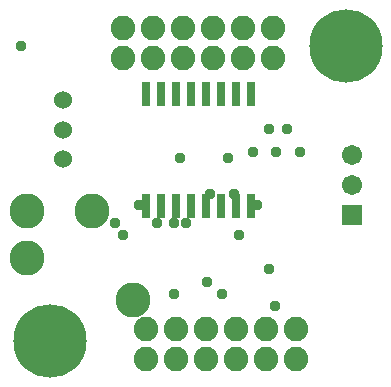
<source format=gbr>
G04 EAGLE Gerber RS-274X export*
G75*
%MOMM*%
%FSLAX34Y34*%
%LPD*%
%INSoldermask Bottom*%
%IPPOS*%
%AMOC8*
5,1,8,0,0,1.08239X$1,22.5*%
G01*
%ADD10R,0.710400X2.077200*%
%ADD11C,1.524000*%
%ADD12R,1.711200X1.711200*%
%ADD13C,1.711200*%
%ADD14C,2.963200*%
%ADD15C,2.082800*%
%ADD16C,3.903200*%
%ADD17C,6.203200*%
%ADD18C,0.959600*%


D10*
X120550Y249343D03*
X133250Y249343D03*
X145950Y249343D03*
X158650Y249343D03*
X171350Y249343D03*
X184050Y249343D03*
X196750Y249343D03*
X209450Y249343D03*
X209450Y154657D03*
X196750Y154657D03*
X184050Y154657D03*
X171350Y154657D03*
X158650Y154657D03*
X145950Y154657D03*
X133250Y154657D03*
X120550Y154657D03*
D11*
X51000Y194000D03*
X51000Y218892D03*
X51000Y244038D03*
D12*
X295500Y146600D03*
D13*
X295500Y172000D03*
X295500Y197400D03*
D14*
X75000Y150000D03*
X20000Y150000D03*
X110000Y75000D03*
X20000Y110000D03*
D15*
X248000Y50000D03*
X248000Y24600D03*
X222600Y50000D03*
X222600Y24600D03*
X197200Y50000D03*
X197200Y24600D03*
X171800Y50000D03*
X171800Y24600D03*
X146400Y50000D03*
X146400Y24600D03*
X121000Y50000D03*
X121000Y24600D03*
X101000Y280000D03*
X101000Y305400D03*
X126400Y280000D03*
X126400Y305400D03*
X151800Y280000D03*
X151800Y305400D03*
X177200Y280000D03*
X177200Y305400D03*
X202600Y280000D03*
X202600Y305400D03*
X228000Y280000D03*
X228000Y305400D03*
D16*
X40000Y40000D03*
D17*
X40000Y40000D03*
D16*
X290000Y290000D03*
D17*
X290000Y290000D03*
D18*
X145000Y140000D03*
X200000Y130000D03*
X215000Y155000D03*
X190000Y195000D03*
X150000Y195000D03*
X15000Y290000D03*
X225000Y101000D03*
X231306Y200000D03*
X251306Y200000D03*
X211306Y200000D03*
X225000Y220000D03*
X172300Y90000D03*
X195000Y165000D03*
X155000Y140000D03*
X101322Y130000D03*
X130000Y140000D03*
X95000Y140000D03*
X115000Y155000D03*
X175000Y165000D03*
X185000Y80000D03*
X145000Y80000D03*
X230000Y70000D03*
X240000Y220000D03*
M02*

</source>
